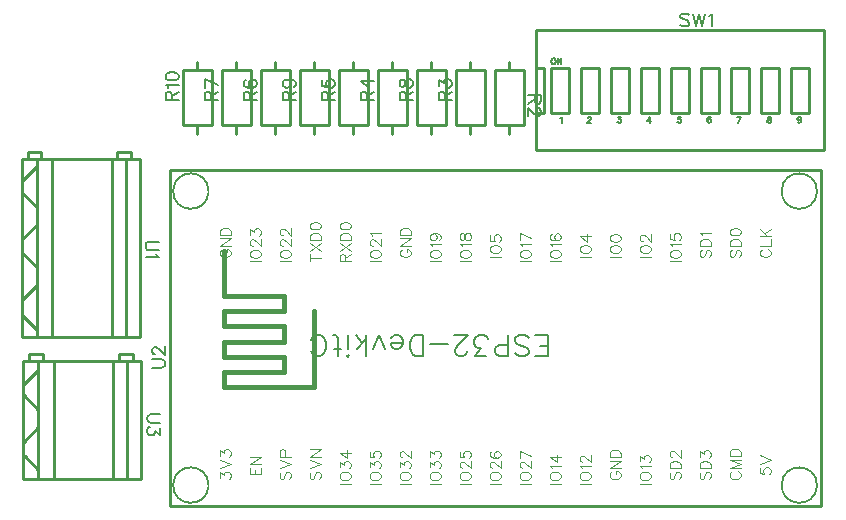
<source format=gto>
G04 Layer: TopSilkLayer*
G04 EasyEDA v6.4.5, 2020-09-15T17:45:32--6:00*
G04 ee41db2f30d448a8b63ff783f68df95d,ded4796badf941d083ba3d0fd9e507c2,10*
G04 Gerber Generator version 0.2*
G04 Scale: 100 percent, Rotated: No, Reflected: No *
G04 Dimensions in millimeters *
G04 leading zeros omitted , absolute positions ,3 integer and 3 decimal *
%FSLAX33Y33*%
%MOMM*%
G90*
G71D02*

%ADD10C,0.254000*%
%ADD18C,0.406400*%
%ADD19C,0.150114*%
%ADD20C,0.152400*%
%ADD21C,0.081280*%
%ADD22C,0.154432*%

%LPD*%
G54D10*
G01X45339Y38608D02*
G01X45974Y38608D01*
G01X45974Y34798D01*
G01X45339Y34798D01*
G01X45339Y31623D01*
G01X69723Y31623D01*
G01X69723Y41783D01*
G01X45339Y41783D01*
G01X45339Y38608D01*
G01X45339Y34798D01*
G01X66929Y34798D02*
G01X68453Y34798D01*
G01X68453Y38608D01*
G01X66929Y38608D01*
G01X66929Y34798D01*
G01X64389Y34798D02*
G01X65913Y34798D01*
G01X65913Y38608D01*
G01X64389Y38608D01*
G01X64389Y34798D01*
G01X61849Y34798D02*
G01X63373Y34798D01*
G01X63373Y38608D01*
G01X61849Y38608D01*
G01X61849Y34798D01*
G01X59309Y34798D02*
G01X60833Y34798D01*
G01X60833Y38608D01*
G01X59309Y38608D01*
G01X59309Y34798D01*
G01X56769Y34798D02*
G01X58293Y34798D01*
G01X58293Y38608D01*
G01X56769Y38608D01*
G01X56769Y34798D01*
G01X54229Y34798D02*
G01X55753Y34798D01*
G01X55753Y38608D01*
G01X54229Y38608D01*
G01X54229Y34798D01*
G01X51689Y34798D02*
G01X53213Y34798D01*
G01X53213Y38608D01*
G01X51689Y38608D01*
G01X51689Y34798D01*
G01X49149Y34798D02*
G01X50673Y34798D01*
G01X50673Y38608D01*
G01X49149Y38608D01*
G01X49149Y34798D01*
G01X46609Y34798D02*
G01X48133Y34798D01*
G01X48133Y38608D01*
G01X46609Y38608D01*
G01X46609Y34798D01*
G54D18*
G01X18864Y23091D02*
G01X18864Y19251D01*
G01X23983Y19251D01*
G01X23983Y17972D01*
G01X18864Y17972D01*
G01X18864Y16692D01*
G01X23983Y16692D01*
G01X23983Y15411D01*
G01X18864Y15411D01*
G01X18864Y14132D01*
G01X23983Y14132D01*
G01X23983Y12851D01*
G01X18864Y12851D01*
G01X18864Y11571D01*
G01X26544Y11571D01*
G01X26544Y17972D01*
G54D10*
G01X14282Y29931D02*
G01X69399Y29931D01*
G01X69399Y1484D01*
G01X14282Y1484D01*
G01X14282Y29931D01*
G01X43053Y38481D02*
G01X43053Y39116D01*
G01X43053Y33655D02*
G01X43053Y33020D01*
G01X44302Y38417D02*
G01X44302Y33717D01*
G01X41802Y33717D01*
G01X41802Y38417D01*
G01X44302Y38417D01*
G01X39751Y33654D02*
G01X39751Y33019D01*
G01X39751Y38480D02*
G01X39751Y39115D01*
G01X38501Y33718D02*
G01X38501Y38418D01*
G01X41001Y38418D01*
G01X41001Y33718D01*
G01X38501Y33718D01*
G01X33147Y33654D02*
G01X33147Y33019D01*
G01X33147Y38480D02*
G01X33147Y39115D01*
G01X31897Y33718D02*
G01X31897Y38418D01*
G01X34397Y38418D01*
G01X34397Y33718D01*
G01X31897Y33718D01*
G01X29845Y33654D02*
G01X29845Y33019D01*
G01X29845Y38480D02*
G01X29845Y39115D01*
G01X28595Y33718D02*
G01X28595Y38418D01*
G01X31095Y38418D01*
G01X31095Y33718D01*
G01X28595Y33718D01*
G01X23241Y33654D02*
G01X23241Y33019D01*
G01X23241Y38480D02*
G01X23241Y39115D01*
G01X21991Y33718D02*
G01X21991Y38418D01*
G01X24491Y38418D01*
G01X24491Y33718D01*
G01X21991Y33718D01*
G01X19939Y33654D02*
G01X19939Y33019D01*
G01X19939Y38480D02*
G01X19939Y39115D01*
G01X18689Y33718D02*
G01X18689Y38418D01*
G01X21189Y38418D01*
G01X21189Y33718D01*
G01X18689Y33718D01*
G01X36449Y33654D02*
G01X36449Y33019D01*
G01X36449Y38480D02*
G01X36449Y39115D01*
G01X35199Y33718D02*
G01X35199Y38418D01*
G01X37699Y38418D01*
G01X37699Y33718D01*
G01X35199Y33718D01*
G01X26543Y33654D02*
G01X26543Y33019D01*
G01X26543Y38480D02*
G01X26543Y39115D01*
G01X25293Y33718D02*
G01X25293Y38418D01*
G01X27793Y38418D01*
G01X27793Y33718D01*
G01X25293Y33718D01*
G01X16637Y33654D02*
G01X16637Y33019D01*
G01X16637Y38480D02*
G01X16637Y39115D01*
G01X15387Y33718D02*
G01X15387Y38418D01*
G01X17887Y38418D01*
G01X17887Y33718D01*
G01X15387Y33718D01*
G01X11757Y30898D02*
G01X11757Y15837D01*
G01X11757Y30898D02*
G01X1758Y30898D01*
G01X1758Y30868D02*
G01X1758Y15867D01*
G01X11757Y15837D02*
G01X1758Y15837D01*
G01X9398Y30898D02*
G01X9398Y15837D01*
G01X11050Y31496D02*
G01X11050Y30895D01*
G01X9861Y31496D02*
G01X11050Y31496D01*
G01X9861Y30895D02*
G01X9861Y31496D01*
G01X2286Y31496D02*
G01X3430Y31496D01*
G01X3430Y30895D01*
G01X2286Y30895D02*
G01X2286Y31496D01*
G01X11757Y23944D02*
G01X11757Y22699D01*
G01X3019Y20177D02*
G01X1797Y18955D01*
G01X1797Y18856D01*
G01X1797Y17688D02*
G01X2991Y16494D01*
G01X3019Y16494D01*
G01X3019Y21720D02*
G01X1896Y22844D01*
G01X1797Y22844D01*
G01X1797Y24088D02*
G01X3019Y25310D01*
G01X3019Y25435D01*
G01X3019Y26781D02*
G01X1800Y28000D01*
G01X1797Y28000D01*
G01X1797Y28991D02*
G01X2991Y30184D01*
G01X3019Y30184D01*
G01X3019Y15890D02*
G01X3019Y30820D01*
G01X4389Y30898D02*
G01X4355Y30864D01*
G01X4355Y15837D01*
G01X10586Y30898D02*
G01X10586Y15837D01*
G01X11884Y13753D02*
G01X11884Y3863D01*
G01X11884Y13753D02*
G01X1885Y13753D01*
G01X1885Y13723D02*
G01X1885Y3772D01*
G01X11884Y3772D02*
G01X1885Y3772D01*
G01X9525Y13753D02*
G01X9525Y3772D01*
G01X11177Y14351D02*
G01X11177Y13750D01*
G01X9988Y14351D02*
G01X11177Y14351D01*
G01X9988Y13750D02*
G01X9988Y14351D01*
G01X2413Y14351D02*
G01X3557Y14351D01*
G01X3557Y13750D01*
G01X2413Y13750D02*
G01X2413Y14351D01*
G01X3146Y4575D02*
G01X2023Y5699D01*
G01X1924Y5699D01*
G01X1924Y6943D02*
G01X3146Y8165D01*
G01X3146Y8290D01*
G01X3146Y9636D02*
G01X1927Y10855D01*
G01X1924Y10855D01*
G01X1924Y11846D02*
G01X3118Y13039D01*
G01X3146Y13039D01*
G01X3146Y13753D02*
G01X3146Y3772D01*
G01X4516Y13753D02*
G01X4482Y13719D01*
G01X4482Y3772D01*
G01X10713Y13753D02*
G01X10713Y3772D01*
G54D20*
G01X58257Y43035D02*
G01X58153Y43139D01*
G01X57998Y43190D01*
G01X57790Y43190D01*
G01X57635Y43139D01*
G01X57531Y43035D01*
G01X57531Y42931D01*
G01X57581Y42826D01*
G01X57635Y42773D01*
G01X57739Y42722D01*
G01X58051Y42618D01*
G01X58153Y42567D01*
G01X58206Y42514D01*
G01X58257Y42410D01*
G01X58257Y42255D01*
G01X58153Y42151D01*
G01X57998Y42100D01*
G01X57790Y42100D01*
G01X57635Y42151D01*
G01X57531Y42255D01*
G01X58600Y43190D02*
G01X58861Y42100D01*
G01X59121Y43190D02*
G01X58861Y42100D01*
G01X59121Y43190D02*
G01X59380Y42100D01*
G01X59639Y43190D02*
G01X59380Y42100D01*
G01X59982Y42981D02*
G01X60086Y43035D01*
G01X60243Y43190D01*
G01X60243Y42100D01*
G01X46748Y39392D02*
G01X46700Y39370D01*
G01X46654Y39324D01*
G01X46631Y39278D01*
G01X46609Y39207D01*
G01X46609Y39093D01*
G01X46631Y39024D01*
G01X46654Y38976D01*
G01X46700Y38930D01*
G01X46748Y38907D01*
G01X46840Y38907D01*
G01X46885Y38930D01*
G01X46931Y38976D01*
G01X46954Y39024D01*
G01X46977Y39093D01*
G01X46977Y39207D01*
G01X46954Y39278D01*
G01X46931Y39324D01*
G01X46885Y39370D01*
G01X46840Y39392D01*
G01X46748Y39392D01*
G01X47129Y39392D02*
G01X47129Y38907D01*
G01X47129Y39392D02*
G01X47454Y38907D01*
G01X47454Y39392D02*
G01X47454Y38907D01*
G01X47371Y34348D02*
G01X47416Y34371D01*
G01X47485Y34439D01*
G01X47485Y33954D01*
G01X49679Y34325D02*
G01X49679Y34348D01*
G01X49702Y34394D01*
G01X49725Y34417D01*
G01X49771Y34439D01*
G01X49865Y34439D01*
G01X49911Y34417D01*
G01X49933Y34394D01*
G01X49956Y34348D01*
G01X49956Y34302D01*
G01X49933Y34254D01*
G01X49888Y34185D01*
G01X49657Y33954D01*
G01X49979Y33954D01*
G01X52242Y34439D02*
G01X52496Y34439D01*
G01X52359Y34254D01*
G01X52428Y34254D01*
G01X52473Y34231D01*
G01X52496Y34208D01*
G01X52519Y34140D01*
G01X52519Y34094D01*
G01X52496Y34023D01*
G01X52451Y33977D01*
G01X52382Y33954D01*
G01X52311Y33954D01*
G01X52242Y33977D01*
G01X52219Y34000D01*
G01X52197Y34048D01*
G01X54968Y34439D02*
G01X54737Y34117D01*
G01X55082Y34117D01*
G01X54968Y34439D02*
G01X54968Y33954D01*
G01X57553Y34439D02*
G01X57322Y34439D01*
G01X57299Y34231D01*
G01X57322Y34254D01*
G01X57391Y34277D01*
G01X57462Y34277D01*
G01X57531Y34254D01*
G01X57576Y34208D01*
G01X57599Y34140D01*
G01X57599Y34094D01*
G01X57576Y34023D01*
G01X57531Y33977D01*
G01X57462Y33954D01*
G01X57391Y33954D01*
G01X57322Y33977D01*
G01X57299Y34000D01*
G01X57277Y34048D01*
G01X60093Y34371D02*
G01X60071Y34417D01*
G01X60002Y34439D01*
G01X59956Y34439D01*
G01X59885Y34417D01*
G01X59839Y34348D01*
G01X59817Y34231D01*
G01X59817Y34117D01*
G01X59839Y34023D01*
G01X59885Y33977D01*
G01X59956Y33954D01*
G01X59979Y33954D01*
G01X60048Y33977D01*
G01X60093Y34023D01*
G01X60116Y34094D01*
G01X60116Y34117D01*
G01X60093Y34185D01*
G01X60048Y34231D01*
G01X59979Y34254D01*
G01X59956Y34254D01*
G01X59885Y34231D01*
G01X59839Y34185D01*
G01X59817Y34117D01*
G01X62679Y34439D02*
G01X62448Y33954D01*
G01X62357Y34439D02*
G01X62679Y34439D01*
G01X65011Y34439D02*
G01X64942Y34417D01*
G01X64919Y34371D01*
G01X64919Y34325D01*
G01X64942Y34277D01*
G01X64988Y34254D01*
G01X65082Y34231D01*
G01X65151Y34208D01*
G01X65196Y34163D01*
G01X65219Y34117D01*
G01X65219Y34048D01*
G01X65196Y34000D01*
G01X65173Y33977D01*
G01X65105Y33954D01*
G01X65011Y33954D01*
G01X64942Y33977D01*
G01X64919Y34000D01*
G01X64897Y34048D01*
G01X64897Y34117D01*
G01X64919Y34163D01*
G01X64965Y34208D01*
G01X65036Y34231D01*
G01X65128Y34254D01*
G01X65173Y34277D01*
G01X65196Y34325D01*
G01X65196Y34371D01*
G01X65173Y34417D01*
G01X65105Y34439D01*
G01X65011Y34439D01*
G01X67736Y34277D02*
G01X67713Y34208D01*
G01X67668Y34163D01*
G01X67599Y34140D01*
G01X67576Y34140D01*
G01X67505Y34163D01*
G01X67459Y34208D01*
G01X67437Y34277D01*
G01X67437Y34302D01*
G01X67459Y34371D01*
G01X67505Y34417D01*
G01X67576Y34439D01*
G01X67599Y34439D01*
G01X67668Y34417D01*
G01X67713Y34371D01*
G01X67736Y34277D01*
G01X67736Y34163D01*
G01X67713Y34048D01*
G01X67668Y33977D01*
G01X67599Y33954D01*
G01X67551Y33954D01*
G01X67482Y33977D01*
G01X67459Y34023D01*
G01X12816Y13208D02*
G01X13596Y13208D01*
G01X13751Y13258D01*
G01X13855Y13362D01*
G01X13906Y13520D01*
G01X13906Y13624D01*
G01X13855Y13779D01*
G01X13751Y13883D01*
G01X13596Y13934D01*
G01X12816Y13934D01*
G01X13075Y14330D02*
G01X13025Y14330D01*
G01X12920Y14381D01*
G01X12867Y14434D01*
G01X12816Y14538D01*
G01X12816Y14744D01*
G01X12867Y14848D01*
G01X12920Y14902D01*
G01X13025Y14952D01*
G01X13129Y14952D01*
G01X13233Y14902D01*
G01X13388Y14798D01*
G01X13906Y14277D01*
G01X13906Y15006D01*
G54D21*
G01X18529Y3868D02*
G01X18529Y4351D01*
G01X18882Y4086D01*
G01X18882Y4218D01*
G01X18925Y4305D01*
G01X18968Y4351D01*
G01X19100Y4394D01*
G01X19187Y4394D01*
G01X19319Y4351D01*
G01X19408Y4262D01*
G01X19451Y4130D01*
G01X19451Y3997D01*
G01X19408Y3868D01*
G01X19364Y3822D01*
G01X19276Y3779D01*
G01X18529Y4683D02*
G01X19451Y5034D01*
G01X18529Y5384D02*
G01X19451Y5034D01*
G01X18529Y5763D02*
G01X18529Y6245D01*
G01X18882Y5981D01*
G01X18882Y6113D01*
G01X18925Y6202D01*
G01X18968Y6245D01*
G01X19100Y6289D01*
G01X19187Y6289D01*
G01X19319Y6245D01*
G01X19408Y6156D01*
G01X19451Y6024D01*
G01X19451Y5895D01*
G01X19408Y5763D01*
G01X19364Y5720D01*
G01X19276Y5674D01*
G01X21069Y4165D02*
G01X21991Y4165D01*
G01X21069Y4165D02*
G01X21069Y4737D01*
G01X21508Y4165D02*
G01X21508Y4516D01*
G01X21991Y4165D02*
G01X21991Y4737D01*
G01X21069Y5026D02*
G01X21991Y5026D01*
G01X21069Y5026D02*
G01X21991Y5638D01*
G01X21069Y5638D02*
G01X21991Y5638D01*
G01X23741Y4394D02*
G01X23655Y4305D01*
G01X23609Y4175D01*
G01X23609Y3997D01*
G01X23655Y3868D01*
G01X23741Y3779D01*
G01X23830Y3779D01*
G01X23916Y3822D01*
G01X23962Y3868D01*
G01X24005Y3954D01*
G01X24091Y4218D01*
G01X24137Y4305D01*
G01X24180Y4351D01*
G01X24267Y4394D01*
G01X24399Y4394D01*
G01X24488Y4305D01*
G01X24531Y4175D01*
G01X24531Y3997D01*
G01X24488Y3868D01*
G01X24399Y3779D01*
G01X23609Y4683D02*
G01X24531Y5034D01*
G01X23609Y5384D02*
G01X24531Y5034D01*
G01X23609Y5674D02*
G01X24531Y5674D01*
G01X23609Y5674D02*
G01X23609Y6070D01*
G01X23655Y6202D01*
G01X23698Y6245D01*
G01X23784Y6289D01*
G01X23916Y6289D01*
G01X24005Y6245D01*
G01X24048Y6202D01*
G01X24091Y6070D01*
G01X24091Y5674D01*
G01X26281Y4394D02*
G01X26195Y4305D01*
G01X26149Y4175D01*
G01X26149Y3997D01*
G01X26195Y3868D01*
G01X26281Y3779D01*
G01X26370Y3779D01*
G01X26456Y3822D01*
G01X26502Y3868D01*
G01X26545Y3954D01*
G01X26631Y4218D01*
G01X26677Y4305D01*
G01X26720Y4351D01*
G01X26807Y4394D01*
G01X26939Y4394D01*
G01X27028Y4305D01*
G01X27071Y4175D01*
G01X27071Y3997D01*
G01X27028Y3868D01*
G01X26939Y3779D01*
G01X26149Y4683D02*
G01X27071Y5034D01*
G01X26149Y5384D02*
G01X27071Y5034D01*
G01X26149Y5674D02*
G01X27071Y5674D01*
G01X26149Y5674D02*
G01X27071Y6289D01*
G01X26149Y6289D02*
G01X27071Y6289D01*
G01X28689Y3393D02*
G01X29611Y3393D01*
G01X28689Y3947D02*
G01X28735Y3858D01*
G01X28821Y3771D01*
G01X28910Y3726D01*
G01X29039Y3683D01*
G01X29260Y3683D01*
G01X29392Y3726D01*
G01X29479Y3771D01*
G01X29568Y3858D01*
G01X29611Y3947D01*
G01X29611Y4122D01*
G01X29568Y4208D01*
G01X29479Y4297D01*
G01X29392Y4340D01*
G01X29260Y4384D01*
G01X29039Y4384D01*
G01X28910Y4340D01*
G01X28821Y4297D01*
G01X28735Y4208D01*
G01X28689Y4122D01*
G01X28689Y3947D01*
G01X28689Y4762D02*
G01X28689Y5245D01*
G01X29039Y4980D01*
G01X29039Y5113D01*
G01X29085Y5201D01*
G01X29128Y5245D01*
G01X29260Y5288D01*
G01X29347Y5288D01*
G01X29479Y5245D01*
G01X29568Y5156D01*
G01X29611Y5026D01*
G01X29611Y4894D01*
G01X29568Y4762D01*
G01X29522Y4719D01*
G01X29436Y4673D01*
G01X28689Y6017D02*
G01X29303Y5577D01*
G01X29303Y6235D01*
G01X28689Y6017D02*
G01X29611Y6017D01*
G01X31229Y3393D02*
G01X32151Y3393D01*
G01X31229Y3947D02*
G01X31275Y3858D01*
G01X31361Y3771D01*
G01X31450Y3726D01*
G01X31579Y3683D01*
G01X31800Y3683D01*
G01X31932Y3726D01*
G01X32019Y3771D01*
G01X32108Y3858D01*
G01X32151Y3947D01*
G01X32151Y4122D01*
G01X32108Y4208D01*
G01X32019Y4297D01*
G01X31932Y4340D01*
G01X31800Y4384D01*
G01X31579Y4384D01*
G01X31450Y4340D01*
G01X31361Y4297D01*
G01X31275Y4208D01*
G01X31229Y4122D01*
G01X31229Y3947D01*
G01X31229Y4762D02*
G01X31229Y5245D01*
G01X31579Y4980D01*
G01X31579Y5113D01*
G01X31625Y5201D01*
G01X31668Y5245D01*
G01X31800Y5288D01*
G01X31887Y5288D01*
G01X32019Y5245D01*
G01X32108Y5156D01*
G01X32151Y5026D01*
G01X32151Y4894D01*
G01X32108Y4762D01*
G01X32062Y4719D01*
G01X31976Y4673D01*
G01X31229Y6106D02*
G01X31229Y5666D01*
G01X31625Y5623D01*
G01X31579Y5666D01*
G01X31536Y5798D01*
G01X31536Y5928D01*
G01X31579Y6060D01*
G01X31668Y6149D01*
G01X31800Y6192D01*
G01X31887Y6192D01*
G01X32019Y6149D01*
G01X32108Y6060D01*
G01X32151Y5928D01*
G01X32151Y5798D01*
G01X32108Y5666D01*
G01X32062Y5623D01*
G01X31976Y5577D01*
G01X33769Y3393D02*
G01X34691Y3393D01*
G01X33769Y3947D02*
G01X33815Y3858D01*
G01X33901Y3771D01*
G01X33990Y3726D01*
G01X34119Y3683D01*
G01X34340Y3683D01*
G01X34472Y3726D01*
G01X34559Y3771D01*
G01X34648Y3858D01*
G01X34691Y3947D01*
G01X34691Y4122D01*
G01X34648Y4208D01*
G01X34559Y4297D01*
G01X34472Y4340D01*
G01X34340Y4384D01*
G01X34119Y4384D01*
G01X33990Y4340D01*
G01X33901Y4297D01*
G01X33815Y4208D01*
G01X33769Y4122D01*
G01X33769Y3947D01*
G01X33769Y4762D02*
G01X33769Y5245D01*
G01X34119Y4980D01*
G01X34119Y5113D01*
G01X34165Y5201D01*
G01X34208Y5245D01*
G01X34340Y5288D01*
G01X34427Y5288D01*
G01X34559Y5245D01*
G01X34648Y5156D01*
G01X34691Y5026D01*
G01X34691Y4894D01*
G01X34648Y4762D01*
G01X34602Y4719D01*
G01X34516Y4673D01*
G01X33990Y5623D02*
G01X33944Y5623D01*
G01X33858Y5666D01*
G01X33815Y5709D01*
G01X33769Y5798D01*
G01X33769Y5974D01*
G01X33815Y6060D01*
G01X33858Y6106D01*
G01X33944Y6149D01*
G01X34033Y6149D01*
G01X34119Y6106D01*
G01X34251Y6017D01*
G01X34691Y5577D01*
G01X34691Y6192D01*
G01X36309Y3393D02*
G01X37231Y3393D01*
G01X36309Y3947D02*
G01X36355Y3858D01*
G01X36441Y3771D01*
G01X36530Y3726D01*
G01X36659Y3683D01*
G01X36880Y3683D01*
G01X37012Y3726D01*
G01X37099Y3771D01*
G01X37188Y3858D01*
G01X37231Y3947D01*
G01X37231Y4122D01*
G01X37188Y4208D01*
G01X37099Y4297D01*
G01X37012Y4340D01*
G01X36880Y4384D01*
G01X36659Y4384D01*
G01X36530Y4340D01*
G01X36441Y4297D01*
G01X36355Y4208D01*
G01X36309Y4122D01*
G01X36309Y3947D01*
G01X36309Y4762D02*
G01X36309Y5245D01*
G01X36659Y4980D01*
G01X36659Y5113D01*
G01X36705Y5201D01*
G01X36748Y5245D01*
G01X36880Y5288D01*
G01X36967Y5288D01*
G01X37099Y5245D01*
G01X37188Y5156D01*
G01X37231Y5026D01*
G01X37231Y4894D01*
G01X37188Y4762D01*
G01X37142Y4719D01*
G01X37056Y4673D01*
G01X36309Y5666D02*
G01X36309Y6149D01*
G01X36659Y5885D01*
G01X36659Y6017D01*
G01X36705Y6106D01*
G01X36748Y6149D01*
G01X36880Y6192D01*
G01X36967Y6192D01*
G01X37099Y6149D01*
G01X37188Y6060D01*
G01X37231Y5928D01*
G01X37231Y5798D01*
G01X37188Y5666D01*
G01X37142Y5623D01*
G01X37056Y5577D01*
G01X38849Y3393D02*
G01X39771Y3393D01*
G01X38849Y3947D02*
G01X38895Y3858D01*
G01X38981Y3771D01*
G01X39070Y3726D01*
G01X39199Y3683D01*
G01X39420Y3683D01*
G01X39552Y3726D01*
G01X39639Y3771D01*
G01X39728Y3858D01*
G01X39771Y3947D01*
G01X39771Y4122D01*
G01X39728Y4208D01*
G01X39639Y4297D01*
G01X39552Y4340D01*
G01X39420Y4384D01*
G01X39199Y4384D01*
G01X39070Y4340D01*
G01X38981Y4297D01*
G01X38895Y4208D01*
G01X38849Y4122D01*
G01X38849Y3947D01*
G01X39070Y4719D02*
G01X39024Y4719D01*
G01X38938Y4762D01*
G01X38895Y4805D01*
G01X38849Y4894D01*
G01X38849Y5069D01*
G01X38895Y5156D01*
G01X38938Y5201D01*
G01X39024Y5245D01*
G01X39113Y5245D01*
G01X39199Y5201D01*
G01X39331Y5113D01*
G01X39771Y4673D01*
G01X39771Y5288D01*
G01X38849Y6106D02*
G01X38849Y5666D01*
G01X39245Y5623D01*
G01X39199Y5666D01*
G01X39156Y5798D01*
G01X39156Y5928D01*
G01X39199Y6060D01*
G01X39288Y6149D01*
G01X39420Y6192D01*
G01X39507Y6192D01*
G01X39639Y6149D01*
G01X39728Y6060D01*
G01X39771Y5928D01*
G01X39771Y5798D01*
G01X39728Y5666D01*
G01X39682Y5623D01*
G01X39596Y5577D01*
G01X41389Y3393D02*
G01X42311Y3393D01*
G01X41389Y3947D02*
G01X41435Y3858D01*
G01X41521Y3771D01*
G01X41610Y3726D01*
G01X41739Y3683D01*
G01X41960Y3683D01*
G01X42092Y3726D01*
G01X42179Y3771D01*
G01X42268Y3858D01*
G01X42311Y3947D01*
G01X42311Y4122D01*
G01X42268Y4208D01*
G01X42179Y4297D01*
G01X42092Y4340D01*
G01X41960Y4384D01*
G01X41739Y4384D01*
G01X41610Y4340D01*
G01X41521Y4297D01*
G01X41435Y4208D01*
G01X41389Y4122D01*
G01X41389Y3947D01*
G01X41610Y4719D02*
G01X41564Y4719D01*
G01X41478Y4762D01*
G01X41435Y4805D01*
G01X41389Y4894D01*
G01X41389Y5069D01*
G01X41435Y5156D01*
G01X41478Y5201D01*
G01X41564Y5245D01*
G01X41653Y5245D01*
G01X41739Y5201D01*
G01X41871Y5113D01*
G01X42311Y4673D01*
G01X42311Y5288D01*
G01X41521Y6106D02*
G01X41435Y6060D01*
G01X41389Y5928D01*
G01X41389Y5842D01*
G01X41435Y5709D01*
G01X41564Y5623D01*
G01X41785Y5577D01*
G01X42003Y5577D01*
G01X42179Y5623D01*
G01X42268Y5709D01*
G01X42311Y5842D01*
G01X42311Y5885D01*
G01X42268Y6017D01*
G01X42179Y6106D01*
G01X42047Y6149D01*
G01X42003Y6149D01*
G01X41871Y6106D01*
G01X41785Y6017D01*
G01X41739Y5885D01*
G01X41739Y5842D01*
G01X41785Y5709D01*
G01X41871Y5623D01*
G01X42003Y5577D01*
G01X43929Y3393D02*
G01X44851Y3393D01*
G01X43929Y3947D02*
G01X43975Y3858D01*
G01X44061Y3771D01*
G01X44150Y3726D01*
G01X44279Y3683D01*
G01X44500Y3683D01*
G01X44632Y3726D01*
G01X44719Y3771D01*
G01X44808Y3858D01*
G01X44851Y3947D01*
G01X44851Y4122D01*
G01X44808Y4208D01*
G01X44719Y4297D01*
G01X44632Y4340D01*
G01X44500Y4384D01*
G01X44279Y4384D01*
G01X44150Y4340D01*
G01X44061Y4297D01*
G01X43975Y4208D01*
G01X43929Y4122D01*
G01X43929Y3947D01*
G01X44150Y4719D02*
G01X44104Y4719D01*
G01X44018Y4762D01*
G01X43975Y4805D01*
G01X43929Y4894D01*
G01X43929Y5069D01*
G01X43975Y5156D01*
G01X44018Y5201D01*
G01X44104Y5245D01*
G01X44193Y5245D01*
G01X44279Y5201D01*
G01X44411Y5113D01*
G01X44851Y4673D01*
G01X44851Y5288D01*
G01X43929Y6192D02*
G01X44851Y5753D01*
G01X43929Y5577D02*
G01X43929Y6192D01*
G01X46469Y3393D02*
G01X47391Y3393D01*
G01X46469Y3947D02*
G01X46515Y3858D01*
G01X46601Y3771D01*
G01X46690Y3726D01*
G01X46819Y3683D01*
G01X47040Y3683D01*
G01X47172Y3726D01*
G01X47259Y3771D01*
G01X47348Y3858D01*
G01X47391Y3947D01*
G01X47391Y4122D01*
G01X47348Y4208D01*
G01X47259Y4297D01*
G01X47172Y4340D01*
G01X47040Y4384D01*
G01X46819Y4384D01*
G01X46690Y4340D01*
G01X46601Y4297D01*
G01X46515Y4208D01*
G01X46469Y4122D01*
G01X46469Y3947D01*
G01X46644Y4673D02*
G01X46601Y4762D01*
G01X46469Y4894D01*
G01X47391Y4894D01*
G01X46469Y5623D02*
G01X47083Y5184D01*
G01X47083Y5842D01*
G01X46469Y5623D02*
G01X47391Y5623D01*
G01X49009Y3393D02*
G01X49931Y3393D01*
G01X49009Y3947D02*
G01X49055Y3858D01*
G01X49141Y3771D01*
G01X49230Y3726D01*
G01X49359Y3683D01*
G01X49580Y3683D01*
G01X49712Y3726D01*
G01X49799Y3771D01*
G01X49888Y3858D01*
G01X49931Y3947D01*
G01X49931Y4122D01*
G01X49888Y4208D01*
G01X49799Y4297D01*
G01X49712Y4340D01*
G01X49580Y4384D01*
G01X49359Y4384D01*
G01X49230Y4340D01*
G01X49141Y4297D01*
G01X49055Y4208D01*
G01X49009Y4122D01*
G01X49009Y3947D01*
G01X49184Y4673D02*
G01X49141Y4762D01*
G01X49009Y4894D01*
G01X49931Y4894D01*
G01X49230Y5227D02*
G01X49184Y5227D01*
G01X49098Y5270D01*
G01X49055Y5316D01*
G01X49009Y5402D01*
G01X49009Y5577D01*
G01X49055Y5666D01*
G01X49098Y5709D01*
G01X49184Y5753D01*
G01X49273Y5753D01*
G01X49359Y5709D01*
G01X49491Y5623D01*
G01X49931Y5184D01*
G01X49931Y5798D01*
G01X51770Y4437D02*
G01X51681Y4394D01*
G01X51595Y4305D01*
G01X51549Y4218D01*
G01X51549Y4043D01*
G01X51595Y3954D01*
G01X51681Y3868D01*
G01X51770Y3822D01*
G01X51899Y3779D01*
G01X52120Y3779D01*
G01X52252Y3822D01*
G01X52339Y3868D01*
G01X52428Y3954D01*
G01X52471Y4043D01*
G01X52471Y4218D01*
G01X52428Y4305D01*
G01X52339Y4394D01*
G01X52252Y4437D01*
G01X52120Y4437D01*
G01X52120Y4218D02*
G01X52120Y4437D01*
G01X51549Y4726D02*
G01X52471Y4726D01*
G01X51549Y4726D02*
G01X52471Y5341D01*
G01X51549Y5341D02*
G01X52471Y5341D01*
G01X51549Y5631D02*
G01X52471Y5631D01*
G01X51549Y5631D02*
G01X51549Y5938D01*
G01X51595Y6070D01*
G01X51681Y6156D01*
G01X51770Y6202D01*
G01X51899Y6245D01*
G01X52120Y6245D01*
G01X52252Y6202D01*
G01X52339Y6156D01*
G01X52428Y6070D01*
G01X52471Y5938D01*
G01X52471Y5631D01*
G01X54089Y3393D02*
G01X55011Y3393D01*
G01X54089Y3947D02*
G01X54135Y3858D01*
G01X54221Y3771D01*
G01X54310Y3726D01*
G01X54439Y3683D01*
G01X54660Y3683D01*
G01X54792Y3726D01*
G01X54879Y3771D01*
G01X54968Y3858D01*
G01X55011Y3947D01*
G01X55011Y4122D01*
G01X54968Y4208D01*
G01X54879Y4297D01*
G01X54792Y4340D01*
G01X54660Y4384D01*
G01X54439Y4384D01*
G01X54310Y4340D01*
G01X54221Y4297D01*
G01X54135Y4208D01*
G01X54089Y4122D01*
G01X54089Y3947D01*
G01X54264Y4673D02*
G01X54221Y4762D01*
G01X54089Y4894D01*
G01X55011Y4894D01*
G01X54089Y5270D02*
G01X54089Y5753D01*
G01X54439Y5491D01*
G01X54439Y5623D01*
G01X54485Y5709D01*
G01X54528Y5753D01*
G01X54660Y5798D01*
G01X54747Y5798D01*
G01X54879Y5753D01*
G01X54968Y5666D01*
G01X55011Y5534D01*
G01X55011Y5402D01*
G01X54968Y5270D01*
G01X54922Y5227D01*
G01X54836Y5184D01*
G01X56761Y4394D02*
G01X56675Y4305D01*
G01X56629Y4175D01*
G01X56629Y3997D01*
G01X56675Y3868D01*
G01X56761Y3779D01*
G01X56850Y3779D01*
G01X56936Y3822D01*
G01X56979Y3868D01*
G01X57025Y3954D01*
G01X57111Y4218D01*
G01X57157Y4305D01*
G01X57200Y4351D01*
G01X57287Y4394D01*
G01X57419Y4394D01*
G01X57508Y4305D01*
G01X57551Y4175D01*
G01X57551Y3997D01*
G01X57508Y3868D01*
G01X57419Y3779D01*
G01X56629Y4683D02*
G01X57551Y4683D01*
G01X56629Y4683D02*
G01X56629Y4991D01*
G01X56675Y5123D01*
G01X56761Y5209D01*
G01X56850Y5252D01*
G01X56979Y5298D01*
G01X57200Y5298D01*
G01X57332Y5252D01*
G01X57419Y5209D01*
G01X57508Y5123D01*
G01X57551Y4991D01*
G01X57551Y4683D01*
G01X56850Y5631D02*
G01X56804Y5631D01*
G01X56718Y5674D01*
G01X56675Y5720D01*
G01X56629Y5806D01*
G01X56629Y5981D01*
G01X56675Y6070D01*
G01X56718Y6113D01*
G01X56804Y6156D01*
G01X56893Y6156D01*
G01X56979Y6113D01*
G01X57111Y6024D01*
G01X57551Y5588D01*
G01X57551Y6202D01*
G01X59301Y4394D02*
G01X59215Y4305D01*
G01X59169Y4175D01*
G01X59169Y3997D01*
G01X59215Y3868D01*
G01X59301Y3779D01*
G01X59390Y3779D01*
G01X59476Y3822D01*
G01X59519Y3868D01*
G01X59565Y3954D01*
G01X59651Y4218D01*
G01X59697Y4305D01*
G01X59740Y4351D01*
G01X59827Y4394D01*
G01X59959Y4394D01*
G01X60048Y4305D01*
G01X60091Y4175D01*
G01X60091Y3997D01*
G01X60048Y3868D01*
G01X59959Y3779D01*
G01X59169Y4683D02*
G01X60091Y4683D01*
G01X59169Y4683D02*
G01X59169Y4991D01*
G01X59215Y5123D01*
G01X59301Y5209D01*
G01X59390Y5252D01*
G01X59519Y5298D01*
G01X59740Y5298D01*
G01X59872Y5252D01*
G01X59959Y5209D01*
G01X60048Y5123D01*
G01X60091Y4991D01*
G01X60091Y4683D01*
G01X59169Y5674D02*
G01X59169Y6156D01*
G01X59519Y5895D01*
G01X59519Y6024D01*
G01X59565Y6113D01*
G01X59608Y6156D01*
G01X59740Y6202D01*
G01X59827Y6202D01*
G01X59959Y6156D01*
G01X60048Y6070D01*
G01X60091Y5938D01*
G01X60091Y5806D01*
G01X60048Y5674D01*
G01X60002Y5631D01*
G01X59916Y5588D01*
G01X61930Y4437D02*
G01X61841Y4394D01*
G01X61755Y4305D01*
G01X61709Y4218D01*
G01X61709Y4043D01*
G01X61755Y3954D01*
G01X61841Y3868D01*
G01X61930Y3822D01*
G01X62059Y3779D01*
G01X62280Y3779D01*
G01X62412Y3822D01*
G01X62499Y3868D01*
G01X62588Y3954D01*
G01X62631Y4043D01*
G01X62631Y4218D01*
G01X62588Y4305D01*
G01X62499Y4394D01*
G01X62412Y4437D01*
G01X61709Y4726D02*
G01X62631Y4726D01*
G01X61709Y4726D02*
G01X62631Y5077D01*
G01X61709Y5430D02*
G01X62631Y5077D01*
G01X61709Y5430D02*
G01X62631Y5430D01*
G01X61709Y5720D02*
G01X62631Y5720D01*
G01X61709Y5720D02*
G01X61709Y6024D01*
G01X61755Y6156D01*
G01X61841Y6245D01*
G01X61930Y6289D01*
G01X62059Y6332D01*
G01X62280Y6332D01*
G01X62412Y6289D01*
G01X62499Y6245D01*
G01X62588Y6156D01*
G01X62631Y6024D01*
G01X62631Y5720D01*
G01X64249Y4691D02*
G01X64249Y4254D01*
G01X64645Y4208D01*
G01X64599Y4254D01*
G01X64556Y4384D01*
G01X64556Y4516D01*
G01X64599Y4648D01*
G01X64688Y4737D01*
G01X64820Y4780D01*
G01X64907Y4780D01*
G01X65039Y4737D01*
G01X65128Y4648D01*
G01X65171Y4516D01*
G01X65171Y4384D01*
G01X65128Y4254D01*
G01X65082Y4208D01*
G01X64996Y4165D01*
G01X64249Y5069D02*
G01X65171Y5420D01*
G01X64249Y5770D02*
G01X65171Y5420D01*
G01X18770Y23251D02*
G01X18681Y23207D01*
G01X18592Y23119D01*
G01X18549Y23032D01*
G01X18549Y22857D01*
G01X18592Y22768D01*
G01X18681Y22682D01*
G01X18770Y22636D01*
G01X18900Y22593D01*
G01X19121Y22593D01*
G01X19253Y22636D01*
G01X19339Y22682D01*
G01X19428Y22768D01*
G01X19471Y22857D01*
G01X19471Y23032D01*
G01X19428Y23119D01*
G01X19339Y23207D01*
G01X19253Y23251D01*
G01X19121Y23251D01*
G01X19121Y23032D02*
G01X19121Y23251D01*
G01X18549Y23540D02*
G01X19471Y23540D01*
G01X18549Y23540D02*
G01X19471Y24155D01*
G01X18549Y24155D02*
G01X19471Y24155D01*
G01X18549Y24444D02*
G01X19471Y24444D01*
G01X18549Y24444D02*
G01X18549Y24752D01*
G01X18592Y24884D01*
G01X18681Y24970D01*
G01X18770Y25016D01*
G01X18900Y25059D01*
G01X19121Y25059D01*
G01X19253Y25016D01*
G01X19339Y24970D01*
G01X19428Y24884D01*
G01X19471Y24752D01*
G01X19471Y24444D01*
G01X21089Y22207D02*
G01X22011Y22207D01*
G01X21089Y22760D02*
G01X21132Y22672D01*
G01X21221Y22585D01*
G01X21310Y22539D01*
G01X21440Y22496D01*
G01X21661Y22496D01*
G01X21793Y22539D01*
G01X21879Y22585D01*
G01X21968Y22672D01*
G01X22011Y22760D01*
G01X22011Y22936D01*
G01X21968Y23022D01*
G01X21879Y23111D01*
G01X21793Y23154D01*
G01X21661Y23200D01*
G01X21440Y23200D01*
G01X21310Y23154D01*
G01X21221Y23111D01*
G01X21132Y23022D01*
G01X21089Y22936D01*
G01X21089Y22760D01*
G01X21310Y23533D02*
G01X21264Y23533D01*
G01X21178Y23576D01*
G01X21132Y23619D01*
G01X21089Y23708D01*
G01X21089Y23883D01*
G01X21132Y23972D01*
G01X21178Y24015D01*
G01X21264Y24058D01*
G01X21353Y24058D01*
G01X21440Y24015D01*
G01X21572Y23926D01*
G01X22011Y23489D01*
G01X22011Y24102D01*
G01X21089Y24480D02*
G01X21089Y24963D01*
G01X21440Y24698D01*
G01X21440Y24831D01*
G01X21485Y24919D01*
G01X21529Y24963D01*
G01X21661Y25006D01*
G01X21747Y25006D01*
G01X21879Y24963D01*
G01X21968Y24874D01*
G01X22011Y24744D01*
G01X22011Y24612D01*
G01X21968Y24480D01*
G01X21922Y24437D01*
G01X21836Y24391D01*
G01X23629Y22207D02*
G01X24551Y22207D01*
G01X23629Y22760D02*
G01X23672Y22672D01*
G01X23761Y22585D01*
G01X23850Y22539D01*
G01X23980Y22496D01*
G01X24201Y22496D01*
G01X24333Y22539D01*
G01X24419Y22585D01*
G01X24508Y22672D01*
G01X24551Y22760D01*
G01X24551Y22936D01*
G01X24508Y23022D01*
G01X24419Y23111D01*
G01X24333Y23154D01*
G01X24201Y23200D01*
G01X23980Y23200D01*
G01X23850Y23154D01*
G01X23761Y23111D01*
G01X23672Y23022D01*
G01X23629Y22936D01*
G01X23629Y22760D01*
G01X23850Y23533D02*
G01X23804Y23533D01*
G01X23718Y23576D01*
G01X23672Y23619D01*
G01X23629Y23708D01*
G01X23629Y23883D01*
G01X23672Y23972D01*
G01X23718Y24015D01*
G01X23804Y24058D01*
G01X23893Y24058D01*
G01X23980Y24015D01*
G01X24112Y23926D01*
G01X24551Y23489D01*
G01X24551Y24102D01*
G01X23850Y24437D02*
G01X23804Y24437D01*
G01X23718Y24480D01*
G01X23672Y24523D01*
G01X23629Y24612D01*
G01X23629Y24787D01*
G01X23672Y24874D01*
G01X23718Y24919D01*
G01X23804Y24963D01*
G01X23893Y24963D01*
G01X23980Y24919D01*
G01X24112Y24831D01*
G01X24551Y24391D01*
G01X24551Y25006D01*
G01X26169Y22514D02*
G01X27091Y22514D01*
G01X26169Y22207D02*
G01X26169Y22821D01*
G01X26169Y23111D02*
G01X27091Y23726D01*
G01X26169Y23726D02*
G01X27091Y23111D01*
G01X26169Y24015D02*
G01X27091Y24015D01*
G01X26169Y24015D02*
G01X26169Y24323D01*
G01X26212Y24455D01*
G01X26301Y24541D01*
G01X26390Y24584D01*
G01X26520Y24630D01*
G01X26741Y24630D01*
G01X26873Y24584D01*
G01X26959Y24541D01*
G01X27048Y24455D01*
G01X27091Y24323D01*
G01X27091Y24015D01*
G01X26169Y25181D02*
G01X26212Y25049D01*
G01X26344Y24963D01*
G01X26565Y24919D01*
G01X26695Y24919D01*
G01X26916Y24963D01*
G01X27048Y25049D01*
G01X27091Y25181D01*
G01X27091Y25270D01*
G01X27048Y25402D01*
G01X26916Y25488D01*
G01X26695Y25532D01*
G01X26565Y25532D01*
G01X26344Y25488D01*
G01X26212Y25402D01*
G01X26169Y25270D01*
G01X26169Y25181D01*
G01X28709Y22207D02*
G01X29631Y22207D01*
G01X28709Y22207D02*
G01X28709Y22603D01*
G01X28752Y22733D01*
G01X28798Y22778D01*
G01X28884Y22821D01*
G01X28973Y22821D01*
G01X29060Y22778D01*
G01X29105Y22733D01*
G01X29149Y22603D01*
G01X29149Y22207D01*
G01X29149Y22514D02*
G01X29631Y22821D01*
G01X28709Y23111D02*
G01X29631Y23726D01*
G01X28709Y23726D02*
G01X29631Y23111D01*
G01X28709Y24015D02*
G01X29631Y24015D01*
G01X28709Y24015D02*
G01X28709Y24323D01*
G01X28752Y24455D01*
G01X28841Y24541D01*
G01X28930Y24584D01*
G01X29060Y24630D01*
G01X29281Y24630D01*
G01X29413Y24584D01*
G01X29499Y24541D01*
G01X29588Y24455D01*
G01X29631Y24323D01*
G01X29631Y24015D01*
G01X28709Y25181D02*
G01X28752Y25049D01*
G01X28884Y24963D01*
G01X29105Y24919D01*
G01X29235Y24919D01*
G01X29456Y24963D01*
G01X29588Y25049D01*
G01X29631Y25181D01*
G01X29631Y25270D01*
G01X29588Y25402D01*
G01X29456Y25488D01*
G01X29235Y25532D01*
G01X29105Y25532D01*
G01X28884Y25488D01*
G01X28752Y25402D01*
G01X28709Y25270D01*
G01X28709Y25181D01*
G01X31249Y22207D02*
G01X32171Y22207D01*
G01X31249Y22760D02*
G01X31292Y22672D01*
G01X31381Y22585D01*
G01X31470Y22539D01*
G01X31600Y22496D01*
G01X31821Y22496D01*
G01X31953Y22539D01*
G01X32039Y22585D01*
G01X32128Y22672D01*
G01X32171Y22760D01*
G01X32171Y22936D01*
G01X32128Y23022D01*
G01X32039Y23111D01*
G01X31953Y23154D01*
G01X31821Y23200D01*
G01X31600Y23200D01*
G01X31470Y23154D01*
G01X31381Y23111D01*
G01X31292Y23022D01*
G01X31249Y22936D01*
G01X31249Y22760D01*
G01X31470Y23533D02*
G01X31424Y23533D01*
G01X31338Y23576D01*
G01X31292Y23619D01*
G01X31249Y23708D01*
G01X31249Y23883D01*
G01X31292Y23972D01*
G01X31338Y24015D01*
G01X31424Y24058D01*
G01X31513Y24058D01*
G01X31600Y24015D01*
G01X31732Y23926D01*
G01X32171Y23489D01*
G01X32171Y24102D01*
G01X31424Y24391D02*
G01X31381Y24480D01*
G01X31249Y24612D01*
G01X32171Y24612D01*
G01X34010Y23251D02*
G01X33921Y23207D01*
G01X33832Y23119D01*
G01X33789Y23032D01*
G01X33789Y22857D01*
G01X33832Y22768D01*
G01X33921Y22682D01*
G01X34010Y22636D01*
G01X34140Y22593D01*
G01X34361Y22593D01*
G01X34493Y22636D01*
G01X34579Y22682D01*
G01X34668Y22768D01*
G01X34711Y22857D01*
G01X34711Y23032D01*
G01X34668Y23119D01*
G01X34579Y23207D01*
G01X34493Y23251D01*
G01X34361Y23251D01*
G01X34361Y23032D02*
G01X34361Y23251D01*
G01X33789Y23540D02*
G01X34711Y23540D01*
G01X33789Y23540D02*
G01X34711Y24155D01*
G01X33789Y24155D02*
G01X34711Y24155D01*
G01X33789Y24444D02*
G01X34711Y24444D01*
G01X33789Y24444D02*
G01X33789Y24752D01*
G01X33832Y24884D01*
G01X33921Y24970D01*
G01X34010Y25016D01*
G01X34140Y25059D01*
G01X34361Y25059D01*
G01X34493Y25016D01*
G01X34579Y24970D01*
G01X34668Y24884D01*
G01X34711Y24752D01*
G01X34711Y24444D01*
G01X36329Y22207D02*
G01X37251Y22207D01*
G01X36329Y22760D02*
G01X36372Y22672D01*
G01X36461Y22585D01*
G01X36550Y22539D01*
G01X36680Y22496D01*
G01X36901Y22496D01*
G01X37033Y22539D01*
G01X37119Y22585D01*
G01X37208Y22672D01*
G01X37251Y22760D01*
G01X37251Y22936D01*
G01X37208Y23022D01*
G01X37119Y23111D01*
G01X37033Y23154D01*
G01X36901Y23200D01*
G01X36680Y23200D01*
G01X36550Y23154D01*
G01X36461Y23111D01*
G01X36372Y23022D01*
G01X36329Y22936D01*
G01X36329Y22760D01*
G01X36504Y23489D02*
G01X36461Y23576D01*
G01X36329Y23708D01*
G01X37251Y23708D01*
G01X36636Y24566D02*
G01X36769Y24523D01*
G01X36855Y24437D01*
G01X36901Y24305D01*
G01X36901Y24262D01*
G01X36855Y24130D01*
G01X36769Y24041D01*
G01X36636Y23997D01*
G01X36593Y23997D01*
G01X36461Y24041D01*
G01X36372Y24130D01*
G01X36329Y24262D01*
G01X36329Y24305D01*
G01X36372Y24437D01*
G01X36461Y24523D01*
G01X36636Y24566D01*
G01X36855Y24566D01*
G01X37076Y24523D01*
G01X37208Y24437D01*
G01X37251Y24305D01*
G01X37251Y24216D01*
G01X37208Y24084D01*
G01X37119Y24041D01*
G01X38869Y22207D02*
G01X39791Y22207D01*
G01X38869Y22760D02*
G01X38912Y22672D01*
G01X39001Y22585D01*
G01X39090Y22539D01*
G01X39220Y22496D01*
G01X39441Y22496D01*
G01X39573Y22539D01*
G01X39659Y22585D01*
G01X39748Y22672D01*
G01X39791Y22760D01*
G01X39791Y22936D01*
G01X39748Y23022D01*
G01X39659Y23111D01*
G01X39573Y23154D01*
G01X39441Y23200D01*
G01X39220Y23200D01*
G01X39090Y23154D01*
G01X39001Y23111D01*
G01X38912Y23022D01*
G01X38869Y22936D01*
G01X38869Y22760D01*
G01X39044Y23489D02*
G01X39001Y23576D01*
G01X38869Y23708D01*
G01X39791Y23708D01*
G01X38869Y24216D02*
G01X38912Y24084D01*
G01X39001Y24041D01*
G01X39090Y24041D01*
G01X39176Y24084D01*
G01X39220Y24173D01*
G01X39265Y24348D01*
G01X39309Y24480D01*
G01X39395Y24566D01*
G01X39484Y24612D01*
G01X39616Y24612D01*
G01X39702Y24566D01*
G01X39748Y24523D01*
G01X39791Y24391D01*
G01X39791Y24216D01*
G01X39748Y24084D01*
G01X39702Y24041D01*
G01X39616Y23997D01*
G01X39484Y23997D01*
G01X39395Y24041D01*
G01X39309Y24130D01*
G01X39265Y24262D01*
G01X39220Y24437D01*
G01X39176Y24523D01*
G01X39090Y24566D01*
G01X39001Y24566D01*
G01X38912Y24523D01*
G01X38869Y24391D01*
G01X38869Y24216D01*
G01X41409Y22593D02*
G01X42331Y22593D01*
G01X41409Y23147D02*
G01X41452Y23058D01*
G01X41541Y22971D01*
G01X41630Y22926D01*
G01X41760Y22882D01*
G01X41981Y22882D01*
G01X42113Y22926D01*
G01X42199Y22971D01*
G01X42288Y23058D01*
G01X42331Y23147D01*
G01X42331Y23322D01*
G01X42288Y23408D01*
G01X42199Y23497D01*
G01X42113Y23540D01*
G01X41981Y23586D01*
G01X41760Y23586D01*
G01X41630Y23540D01*
G01X41541Y23497D01*
G01X41452Y23408D01*
G01X41409Y23322D01*
G01X41409Y23147D01*
G01X41409Y24401D02*
G01X41409Y23962D01*
G01X41805Y23919D01*
G01X41760Y23962D01*
G01X41716Y24094D01*
G01X41716Y24226D01*
G01X41760Y24358D01*
G01X41849Y24444D01*
G01X41981Y24488D01*
G01X42067Y24488D01*
G01X42199Y24444D01*
G01X42288Y24358D01*
G01X42331Y24226D01*
G01X42331Y24094D01*
G01X42288Y23962D01*
G01X42242Y23919D01*
G01X42156Y23876D01*
G01X43949Y22207D02*
G01X44871Y22207D01*
G01X43949Y22760D02*
G01X43992Y22672D01*
G01X44081Y22585D01*
G01X44170Y22539D01*
G01X44300Y22496D01*
G01X44521Y22496D01*
G01X44653Y22539D01*
G01X44739Y22585D01*
G01X44828Y22672D01*
G01X44871Y22760D01*
G01X44871Y22936D01*
G01X44828Y23022D01*
G01X44739Y23111D01*
G01X44653Y23154D01*
G01X44521Y23200D01*
G01X44300Y23200D01*
G01X44170Y23154D01*
G01X44081Y23111D01*
G01X43992Y23022D01*
G01X43949Y22936D01*
G01X43949Y22760D01*
G01X44124Y23489D02*
G01X44081Y23576D01*
G01X43949Y23708D01*
G01X44871Y23708D01*
G01X43949Y24612D02*
G01X44871Y24173D01*
G01X43949Y23997D02*
G01X43949Y24612D01*
G01X46489Y22207D02*
G01X47411Y22207D01*
G01X46489Y22760D02*
G01X46532Y22672D01*
G01X46621Y22585D01*
G01X46710Y22539D01*
G01X46840Y22496D01*
G01X47061Y22496D01*
G01X47193Y22539D01*
G01X47279Y22585D01*
G01X47368Y22672D01*
G01X47411Y22760D01*
G01X47411Y22936D01*
G01X47368Y23022D01*
G01X47279Y23111D01*
G01X47193Y23154D01*
G01X47061Y23200D01*
G01X46840Y23200D01*
G01X46710Y23154D01*
G01X46621Y23111D01*
G01X46532Y23022D01*
G01X46489Y22936D01*
G01X46489Y22760D01*
G01X46664Y23489D02*
G01X46621Y23576D01*
G01X46489Y23708D01*
G01X47411Y23708D01*
G01X46621Y24523D02*
G01X46532Y24480D01*
G01X46489Y24348D01*
G01X46489Y24262D01*
G01X46532Y24130D01*
G01X46664Y24041D01*
G01X46885Y23997D01*
G01X47104Y23997D01*
G01X47279Y24041D01*
G01X47368Y24130D01*
G01X47411Y24262D01*
G01X47411Y24305D01*
G01X47368Y24437D01*
G01X47279Y24523D01*
G01X47147Y24566D01*
G01X47104Y24566D01*
G01X46972Y24523D01*
G01X46885Y24437D01*
G01X46840Y24305D01*
G01X46840Y24262D01*
G01X46885Y24130D01*
G01X46972Y24041D01*
G01X47104Y23997D01*
G01X49029Y22593D02*
G01X49951Y22593D01*
G01X49029Y23147D02*
G01X49072Y23058D01*
G01X49161Y22971D01*
G01X49250Y22926D01*
G01X49380Y22882D01*
G01X49601Y22882D01*
G01X49733Y22926D01*
G01X49819Y22971D01*
G01X49908Y23058D01*
G01X49951Y23147D01*
G01X49951Y23322D01*
G01X49908Y23408D01*
G01X49819Y23497D01*
G01X49733Y23540D01*
G01X49601Y23586D01*
G01X49380Y23586D01*
G01X49250Y23540D01*
G01X49161Y23497D01*
G01X49072Y23408D01*
G01X49029Y23322D01*
G01X49029Y23147D01*
G01X49029Y24312D02*
G01X49644Y23876D01*
G01X49644Y24533D01*
G01X49029Y24312D02*
G01X49951Y24312D01*
G01X51569Y22593D02*
G01X52491Y22593D01*
G01X51569Y23147D02*
G01X51612Y23058D01*
G01X51701Y22971D01*
G01X51790Y22926D01*
G01X51920Y22882D01*
G01X52141Y22882D01*
G01X52273Y22926D01*
G01X52359Y22971D01*
G01X52448Y23058D01*
G01X52491Y23147D01*
G01X52491Y23322D01*
G01X52448Y23408D01*
G01X52359Y23497D01*
G01X52273Y23540D01*
G01X52141Y23586D01*
G01X51920Y23586D01*
G01X51790Y23540D01*
G01X51701Y23497D01*
G01X51612Y23408D01*
G01X51569Y23322D01*
G01X51569Y23147D01*
G01X51569Y24137D02*
G01X51612Y24005D01*
G01X51744Y23919D01*
G01X51965Y23876D01*
G01X52095Y23876D01*
G01X52316Y23919D01*
G01X52448Y24005D01*
G01X52491Y24137D01*
G01X52491Y24226D01*
G01X52448Y24358D01*
G01X52316Y24444D01*
G01X52095Y24488D01*
G01X51965Y24488D01*
G01X51744Y24444D01*
G01X51612Y24358D01*
G01X51569Y24226D01*
G01X51569Y24137D01*
G01X54109Y22593D02*
G01X55031Y22593D01*
G01X54109Y23147D02*
G01X54152Y23058D01*
G01X54241Y22971D01*
G01X54330Y22926D01*
G01X54460Y22882D01*
G01X54681Y22882D01*
G01X54813Y22926D01*
G01X54899Y22971D01*
G01X54988Y23058D01*
G01X55031Y23147D01*
G01X55031Y23322D01*
G01X54988Y23408D01*
G01X54899Y23497D01*
G01X54813Y23540D01*
G01X54681Y23586D01*
G01X54460Y23586D01*
G01X54330Y23540D01*
G01X54241Y23497D01*
G01X54152Y23408D01*
G01X54109Y23322D01*
G01X54109Y23147D01*
G01X54330Y23919D02*
G01X54284Y23919D01*
G01X54198Y23962D01*
G01X54152Y24005D01*
G01X54109Y24094D01*
G01X54109Y24269D01*
G01X54152Y24358D01*
G01X54198Y24401D01*
G01X54284Y24444D01*
G01X54373Y24444D01*
G01X54460Y24401D01*
G01X54592Y24312D01*
G01X55031Y23876D01*
G01X55031Y24488D01*
G01X56649Y22207D02*
G01X57571Y22207D01*
G01X56649Y22760D02*
G01X56692Y22672D01*
G01X56781Y22585D01*
G01X56870Y22539D01*
G01X57000Y22496D01*
G01X57221Y22496D01*
G01X57353Y22539D01*
G01X57439Y22585D01*
G01X57528Y22672D01*
G01X57571Y22760D01*
G01X57571Y22936D01*
G01X57528Y23022D01*
G01X57439Y23111D01*
G01X57353Y23154D01*
G01X57221Y23200D01*
G01X57000Y23200D01*
G01X56870Y23154D01*
G01X56781Y23111D01*
G01X56692Y23022D01*
G01X56649Y22936D01*
G01X56649Y22760D01*
G01X56824Y23489D02*
G01X56781Y23576D01*
G01X56649Y23708D01*
G01X57571Y23708D01*
G01X56649Y24523D02*
G01X56649Y24084D01*
G01X57045Y24041D01*
G01X57000Y24084D01*
G01X56956Y24216D01*
G01X56956Y24348D01*
G01X57000Y24480D01*
G01X57089Y24566D01*
G01X57221Y24612D01*
G01X57307Y24612D01*
G01X57439Y24566D01*
G01X57528Y24480D01*
G01X57571Y24348D01*
G01X57571Y24216D01*
G01X57528Y24084D01*
G01X57482Y24041D01*
G01X57396Y23997D01*
G01X59321Y23207D02*
G01X59232Y23119D01*
G01X59189Y22989D01*
G01X59189Y22814D01*
G01X59232Y22682D01*
G01X59321Y22593D01*
G01X59410Y22593D01*
G01X59496Y22636D01*
G01X59540Y22682D01*
G01X59585Y22768D01*
G01X59672Y23032D01*
G01X59715Y23119D01*
G01X59761Y23164D01*
G01X59847Y23207D01*
G01X59979Y23207D01*
G01X60068Y23119D01*
G01X60111Y22989D01*
G01X60111Y22814D01*
G01X60068Y22682D01*
G01X59979Y22593D01*
G01X59189Y23497D02*
G01X60111Y23497D01*
G01X59189Y23497D02*
G01X59189Y23804D01*
G01X59232Y23936D01*
G01X59321Y24023D01*
G01X59410Y24069D01*
G01X59540Y24112D01*
G01X59761Y24112D01*
G01X59893Y24069D01*
G01X59979Y24023D01*
G01X60068Y23936D01*
G01X60111Y23804D01*
G01X60111Y23497D01*
G01X59364Y24401D02*
G01X59321Y24488D01*
G01X59189Y24620D01*
G01X60111Y24620D01*
G01X61861Y23207D02*
G01X61772Y23119D01*
G01X61729Y22989D01*
G01X61729Y22814D01*
G01X61772Y22682D01*
G01X61861Y22593D01*
G01X61950Y22593D01*
G01X62036Y22636D01*
G01X62080Y22682D01*
G01X62125Y22768D01*
G01X62212Y23032D01*
G01X62255Y23119D01*
G01X62301Y23164D01*
G01X62387Y23207D01*
G01X62519Y23207D01*
G01X62608Y23119D01*
G01X62651Y22989D01*
G01X62651Y22814D01*
G01X62608Y22682D01*
G01X62519Y22593D01*
G01X61729Y23497D02*
G01X62651Y23497D01*
G01X61729Y23497D02*
G01X61729Y23804D01*
G01X61772Y23936D01*
G01X61861Y24023D01*
G01X61950Y24069D01*
G01X62080Y24112D01*
G01X62301Y24112D01*
G01X62433Y24069D01*
G01X62519Y24023D01*
G01X62608Y23936D01*
G01X62651Y23804D01*
G01X62651Y23497D01*
G01X61729Y24663D02*
G01X61772Y24533D01*
G01X61904Y24444D01*
G01X62125Y24401D01*
G01X62255Y24401D01*
G01X62476Y24444D01*
G01X62608Y24533D01*
G01X62651Y24663D01*
G01X62651Y24752D01*
G01X62608Y24884D01*
G01X62476Y24970D01*
G01X62255Y25016D01*
G01X62125Y25016D01*
G01X61904Y24970D01*
G01X61772Y24884D01*
G01X61729Y24752D01*
G01X61729Y24663D01*
G01X64490Y23251D02*
G01X64401Y23207D01*
G01X64312Y23119D01*
G01X64269Y23032D01*
G01X64269Y22857D01*
G01X64312Y22768D01*
G01X64401Y22682D01*
G01X64490Y22636D01*
G01X64620Y22593D01*
G01X64841Y22593D01*
G01X64973Y22636D01*
G01X65059Y22682D01*
G01X65148Y22768D01*
G01X65191Y22857D01*
G01X65191Y23032D01*
G01X65148Y23119D01*
G01X65059Y23207D01*
G01X64973Y23251D01*
G01X64269Y23540D02*
G01X65191Y23540D01*
G01X65191Y23540D02*
G01X65191Y24069D01*
G01X64269Y24358D02*
G01X65191Y24358D01*
G01X64269Y24970D02*
G01X64884Y24358D01*
G01X64665Y24577D02*
G01X65191Y24970D01*
G54D22*
G01X46319Y14202D02*
G01X46319Y15952D01*
G01X46319Y14202D02*
G01X45237Y14202D01*
G01X46319Y15035D02*
G01X45653Y15035D01*
G01X46319Y15952D02*
G01X45237Y15952D01*
G01X43520Y14451D02*
G01X43685Y14285D01*
G01X43936Y14202D01*
G01X44269Y14202D01*
G01X44518Y14285D01*
G01X44686Y14451D01*
G01X44686Y14618D01*
G01X44602Y14783D01*
G01X44518Y14867D01*
G01X44353Y14951D01*
G01X43853Y15119D01*
G01X43685Y15202D01*
G01X43601Y15284D01*
G01X43520Y15451D01*
G01X43520Y15700D01*
G01X43685Y15868D01*
G01X43936Y15952D01*
G01X44269Y15952D01*
G01X44518Y15868D01*
G01X44686Y15700D01*
G01X42969Y14202D02*
G01X42969Y15952D01*
G01X42969Y14202D02*
G01X42219Y14202D01*
G01X41968Y14285D01*
G01X41884Y14367D01*
G01X41803Y14534D01*
G01X41803Y14783D01*
G01X41884Y14951D01*
G01X41968Y15035D01*
G01X42219Y15119D01*
G01X42969Y15119D01*
G01X41084Y14202D02*
G01X40167Y14202D01*
G01X40667Y14867D01*
G01X40419Y14867D01*
G01X40251Y14951D01*
G01X40167Y15035D01*
G01X40083Y15284D01*
G01X40083Y15451D01*
G01X40167Y15700D01*
G01X40335Y15868D01*
G01X40584Y15952D01*
G01X40835Y15952D01*
G01X41084Y15868D01*
G01X41168Y15784D01*
G01X41252Y15619D01*
G01X39451Y14618D02*
G01X39451Y14534D01*
G01X39367Y14367D01*
G01X39283Y14285D01*
G01X39118Y14202D01*
G01X38785Y14202D01*
G01X38618Y14285D01*
G01X38534Y14367D01*
G01X38450Y14534D01*
G01X38450Y14702D01*
G01X38534Y14867D01*
G01X38701Y15119D01*
G01X39535Y15952D01*
G01X38366Y15952D01*
G01X37818Y15202D02*
G01X36316Y15202D01*
G01X35768Y14202D02*
G01X35768Y15952D01*
G01X35768Y14202D02*
G01X35184Y14202D01*
G01X34932Y14285D01*
G01X34767Y14451D01*
G01X34683Y14618D01*
G01X34599Y14867D01*
G01X34599Y15284D01*
G01X34683Y15535D01*
G01X34767Y15700D01*
G01X34932Y15868D01*
G01X35184Y15952D01*
G01X35768Y15952D01*
G01X34048Y15284D02*
G01X33050Y15284D01*
G01X33050Y15119D01*
G01X33131Y14951D01*
G01X33215Y14867D01*
G01X33383Y14783D01*
G01X33632Y14783D01*
G01X33799Y14867D01*
G01X33967Y15035D01*
G01X34048Y15284D01*
G01X34048Y15451D01*
G01X33967Y15700D01*
G01X33799Y15868D01*
G01X33632Y15952D01*
G01X33383Y15952D01*
G01X33215Y15868D01*
G01X33050Y15700D01*
G01X32499Y14783D02*
G01X31998Y15952D01*
G01X31498Y14783D02*
G01X31998Y15952D01*
G01X30949Y14202D02*
G01X30949Y15952D01*
G01X30114Y14783D02*
G01X30949Y15619D01*
G01X30614Y15284D02*
G01X30032Y15952D01*
G01X29481Y14202D02*
G01X29397Y14285D01*
G01X29314Y14202D01*
G01X29397Y14118D01*
G01X29481Y14202D01*
G01X29397Y14783D02*
G01X29397Y15952D01*
G01X28514Y14202D02*
G01X28514Y15619D01*
G01X28432Y15868D01*
G01X28265Y15952D01*
G01X28097Y15952D01*
G01X28765Y14783D02*
G01X28181Y14783D01*
G01X26296Y14618D02*
G01X26380Y14451D01*
G01X26548Y14285D01*
G01X26713Y14202D01*
G01X27048Y14202D01*
G01X27213Y14285D01*
G01X27381Y14451D01*
G01X27465Y14618D01*
G01X27548Y14867D01*
G01X27548Y15284D01*
G01X27465Y15535D01*
G01X27381Y15700D01*
G01X27213Y15868D01*
G01X27048Y15952D01*
G01X26713Y15952D01*
G01X26548Y15868D01*
G01X26380Y15700D01*
G01X26296Y15535D01*
G54D20*
G01X45730Y36289D02*
G01X44640Y36289D01*
G01X45730Y36289D02*
G01X45730Y35821D01*
G01X45679Y35666D01*
G01X45626Y35613D01*
G01X45521Y35562D01*
G01X45417Y35562D01*
G01X45313Y35613D01*
G01X45262Y35666D01*
G01X45212Y35821D01*
G01X45212Y36289D01*
G01X45212Y35925D02*
G01X44640Y35562D01*
G01X45471Y35166D02*
G01X45521Y35166D01*
G01X45626Y35115D01*
G01X45679Y35062D01*
G01X45730Y34958D01*
G01X45730Y34752D01*
G01X45679Y34648D01*
G01X45626Y34594D01*
G01X45521Y34544D01*
G01X45417Y34544D01*
G01X45313Y34594D01*
G01X45158Y34699D01*
G01X44640Y35219D01*
G01X44640Y34490D01*
G01X37073Y35846D02*
G01X38163Y35846D01*
G01X37073Y35846D02*
G01X37073Y36314D01*
G01X37124Y36469D01*
G01X37177Y36522D01*
G01X37282Y36573D01*
G01X37386Y36573D01*
G01X37490Y36522D01*
G01X37541Y36469D01*
G01X37592Y36314D01*
G01X37592Y35846D01*
G01X37592Y36210D02*
G01X38163Y36573D01*
G01X37073Y37020D02*
G01X37073Y37591D01*
G01X37490Y37281D01*
G01X37490Y37436D01*
G01X37541Y37541D01*
G01X37592Y37591D01*
G01X37749Y37645D01*
G01X37853Y37645D01*
G01X38008Y37591D01*
G01X38112Y37487D01*
G01X38163Y37332D01*
G01X38163Y37177D01*
G01X38112Y37020D01*
G01X38061Y36969D01*
G01X37957Y36916D01*
G01X30469Y35846D02*
G01X31559Y35846D01*
G01X30469Y35846D02*
G01X30469Y36314D01*
G01X30520Y36469D01*
G01X30573Y36522D01*
G01X30678Y36573D01*
G01X30782Y36573D01*
G01X30886Y36522D01*
G01X30937Y36469D01*
G01X30988Y36314D01*
G01X30988Y35846D01*
G01X30988Y36210D02*
G01X31559Y36573D01*
G01X30469Y37436D02*
G01X31196Y36916D01*
G01X31196Y37696D01*
G01X30469Y37436D02*
G01X31559Y37436D01*
G01X27167Y35846D02*
G01X28257Y35846D01*
G01X27167Y35846D02*
G01X27167Y36314D01*
G01X27218Y36469D01*
G01X27271Y36522D01*
G01X27376Y36573D01*
G01X27480Y36573D01*
G01X27584Y36522D01*
G01X27635Y36469D01*
G01X27686Y36314D01*
G01X27686Y35846D01*
G01X27686Y36210D02*
G01X28257Y36573D01*
G01X27167Y37541D02*
G01X27167Y37020D01*
G01X27635Y36969D01*
G01X27584Y37020D01*
G01X27531Y37177D01*
G01X27531Y37332D01*
G01X27584Y37487D01*
G01X27686Y37591D01*
G01X27843Y37645D01*
G01X27947Y37645D01*
G01X28102Y37591D01*
G01X28206Y37487D01*
G01X28257Y37332D01*
G01X28257Y37177D01*
G01X28206Y37020D01*
G01X28155Y36969D01*
G01X28051Y36916D01*
G01X20563Y35846D02*
G01X21653Y35846D01*
G01X20563Y35846D02*
G01X20563Y36314D01*
G01X20614Y36469D01*
G01X20667Y36522D01*
G01X20772Y36573D01*
G01X20876Y36573D01*
G01X20980Y36522D01*
G01X21031Y36469D01*
G01X21082Y36314D01*
G01X21082Y35846D01*
G01X21082Y36210D02*
G01X21653Y36573D01*
G01X20718Y37541D02*
G01X20614Y37487D01*
G01X20563Y37332D01*
G01X20563Y37228D01*
G01X20614Y37073D01*
G01X20772Y36969D01*
G01X21031Y36916D01*
G01X21290Y36916D01*
G01X21498Y36969D01*
G01X21602Y37073D01*
G01X21653Y37228D01*
G01X21653Y37281D01*
G01X21602Y37436D01*
G01X21498Y37541D01*
G01X21343Y37591D01*
G01X21290Y37591D01*
G01X21135Y37541D01*
G01X21031Y37436D01*
G01X20980Y37281D01*
G01X20980Y37228D01*
G01X21031Y37073D01*
G01X21135Y36969D01*
G01X21290Y36916D01*
G01X17261Y35846D02*
G01X18351Y35846D01*
G01X17261Y35846D02*
G01X17261Y36314D01*
G01X17312Y36469D01*
G01X17365Y36522D01*
G01X17470Y36573D01*
G01X17574Y36573D01*
G01X17678Y36522D01*
G01X17729Y36469D01*
G01X17780Y36314D01*
G01X17780Y35846D01*
G01X17780Y36210D02*
G01X18351Y36573D01*
G01X17261Y37645D02*
G01X18351Y37124D01*
G01X17261Y36916D02*
G01X17261Y37645D01*
G01X33771Y35846D02*
G01X34861Y35846D01*
G01X33771Y35846D02*
G01X33771Y36314D01*
G01X33822Y36469D01*
G01X33875Y36522D01*
G01X33980Y36573D01*
G01X34084Y36573D01*
G01X34188Y36522D01*
G01X34239Y36469D01*
G01X34290Y36314D01*
G01X34290Y35846D01*
G01X34290Y36210D02*
G01X34861Y36573D01*
G01X33771Y37177D02*
G01X33822Y37020D01*
G01X33926Y36969D01*
G01X34030Y36969D01*
G01X34135Y37020D01*
G01X34188Y37124D01*
G01X34239Y37332D01*
G01X34290Y37487D01*
G01X34394Y37591D01*
G01X34498Y37645D01*
G01X34655Y37645D01*
G01X34759Y37591D01*
G01X34810Y37541D01*
G01X34861Y37383D01*
G01X34861Y37177D01*
G01X34810Y37020D01*
G01X34759Y36969D01*
G01X34655Y36916D01*
G01X34498Y36916D01*
G01X34394Y36969D01*
G01X34290Y37073D01*
G01X34239Y37228D01*
G01X34188Y37436D01*
G01X34135Y37541D01*
G01X34030Y37591D01*
G01X33926Y37591D01*
G01X33822Y37541D01*
G01X33771Y37383D01*
G01X33771Y37177D01*
G01X23865Y35846D02*
G01X24955Y35846D01*
G01X23865Y35846D02*
G01X23865Y36314D01*
G01X23916Y36469D01*
G01X23969Y36522D01*
G01X24074Y36573D01*
G01X24178Y36573D01*
G01X24282Y36522D01*
G01X24333Y36469D01*
G01X24384Y36314D01*
G01X24384Y35846D01*
G01X24384Y36210D02*
G01X24955Y36573D01*
G01X24229Y37591D02*
G01X24384Y37541D01*
G01X24488Y37436D01*
G01X24541Y37281D01*
G01X24541Y37228D01*
G01X24488Y37073D01*
G01X24384Y36969D01*
G01X24229Y36916D01*
G01X24178Y36916D01*
G01X24020Y36969D01*
G01X23916Y37073D01*
G01X23865Y37228D01*
G01X23865Y37281D01*
G01X23916Y37436D01*
G01X24020Y37541D01*
G01X24229Y37591D01*
G01X24488Y37591D01*
G01X24749Y37541D01*
G01X24904Y37436D01*
G01X24955Y37281D01*
G01X24955Y37177D01*
G01X24904Y37020D01*
G01X24800Y36969D01*
G01X13959Y35846D02*
G01X15049Y35846D01*
G01X13959Y35846D02*
G01X13959Y36314D01*
G01X14010Y36469D01*
G01X14063Y36522D01*
G01X14168Y36573D01*
G01X14272Y36573D01*
G01X14376Y36522D01*
G01X14427Y36469D01*
G01X14478Y36314D01*
G01X14478Y35846D01*
G01X14478Y36210D02*
G01X15049Y36573D01*
G01X14168Y36916D02*
G01X14114Y37020D01*
G01X13959Y37177D01*
G01X15049Y37177D01*
G01X13959Y37830D02*
G01X14010Y37675D01*
G01X14168Y37571D01*
G01X14427Y37520D01*
G01X14582Y37520D01*
G01X14843Y37571D01*
G01X14998Y37675D01*
G01X15049Y37830D01*
G01X15049Y37934D01*
G01X14998Y38092D01*
G01X14843Y38196D01*
G01X14582Y38247D01*
G01X14427Y38247D01*
G01X14168Y38196D01*
G01X14010Y38092D01*
G01X13959Y37934D01*
G01X13959Y37830D01*
G01X13345Y23876D02*
G01X12565Y23876D01*
G01X12410Y23825D01*
G01X12306Y23721D01*
G01X12255Y23563D01*
G01X12255Y23459D01*
G01X12306Y23304D01*
G01X12410Y23200D01*
G01X12565Y23149D01*
G01X13345Y23149D01*
G01X13136Y22806D02*
G01X13190Y22702D01*
G01X13345Y22545D01*
G01X12255Y22545D01*
G01X13472Y9271D02*
G01X12692Y9271D01*
G01X12537Y9220D01*
G01X12433Y9116D01*
G01X12382Y8958D01*
G01X12382Y8854D01*
G01X12433Y8699D01*
G01X12537Y8595D01*
G01X12692Y8544D01*
G01X13472Y8544D01*
G01X13472Y8097D02*
G01X13472Y7526D01*
G01X13055Y7835D01*
G01X13055Y7680D01*
G01X13004Y7576D01*
G01X12954Y7526D01*
G01X12796Y7472D01*
G01X12692Y7472D01*
G01X12537Y7526D01*
G01X12433Y7630D01*
G01X12382Y7785D01*
G01X12382Y7940D01*
G01X12433Y8097D01*
G01X12484Y8148D01*
G01X12588Y8201D01*
G54D19*
G75*
G01X17584Y28154D02*
G03X17578Y28021I-1500J2D01*
G01*
G75*
G01X17584Y3262D02*
G03X17578Y3129I-1500J2D01*
G01*
G75*
G01X69098Y3262D02*
G03X69092Y3129I-1500J-1D01*
G01*
G75*
G01X69098Y28154D02*
G03X69092Y28021I-1500J-1D01*
G01*
M00*
M02*

</source>
